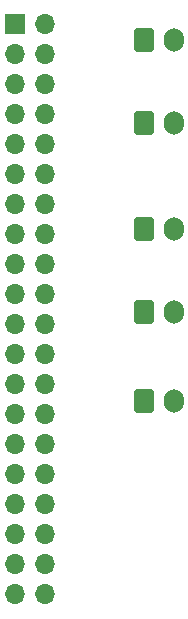
<source format=gbs>
G04 #@! TF.GenerationSoftware,KiCad,Pcbnew,8.0.1*
G04 #@! TF.CreationDate,2024-04-25T21:13:49-06:00*
G04 #@! TF.ProjectId,Small_PCB,536d616c-6c5f-4504-9342-2e6b69636164,rev?*
G04 #@! TF.SameCoordinates,Original*
G04 #@! TF.FileFunction,Soldermask,Bot*
G04 #@! TF.FilePolarity,Negative*
%FSLAX46Y46*%
G04 Gerber Fmt 4.6, Leading zero omitted, Abs format (unit mm)*
G04 Created by KiCad (PCBNEW 8.0.1) date 2024-04-25 21:13:49*
%MOMM*%
%LPD*%
G01*
G04 APERTURE LIST*
G04 Aperture macros list*
%AMRoundRect*
0 Rectangle with rounded corners*
0 $1 Rounding radius*
0 $2 $3 $4 $5 $6 $7 $8 $9 X,Y pos of 4 corners*
0 Add a 4 corners polygon primitive as box body*
4,1,4,$2,$3,$4,$5,$6,$7,$8,$9,$2,$3,0*
0 Add four circle primitives for the rounded corners*
1,1,$1+$1,$2,$3*
1,1,$1+$1,$4,$5*
1,1,$1+$1,$6,$7*
1,1,$1+$1,$8,$9*
0 Add four rect primitives between the rounded corners*
20,1,$1+$1,$2,$3,$4,$5,0*
20,1,$1+$1,$4,$5,$6,$7,0*
20,1,$1+$1,$6,$7,$8,$9,0*
20,1,$1+$1,$8,$9,$2,$3,0*%
G04 Aperture macros list end*
%ADD10RoundRect,0.250000X-0.600000X-0.750000X0.600000X-0.750000X0.600000X0.750000X-0.600000X0.750000X0*%
%ADD11O,1.700000X2.000000*%
%ADD12R,1.700000X1.700000*%
%ADD13O,1.700000X1.700000*%
G04 APERTURE END LIST*
D10*
X103500000Y-86335000D03*
D11*
X106000000Y-86335000D03*
D10*
X103500000Y-100835000D03*
D11*
X106000000Y-100835000D03*
D10*
X103500000Y-93335000D03*
D11*
X106000000Y-93335000D03*
D10*
X103500000Y-77335000D03*
D11*
X106000000Y-77335000D03*
D10*
X103500000Y-70335000D03*
D11*
X106000000Y-70335000D03*
D12*
X92500000Y-68960000D03*
D13*
X95040000Y-68960000D03*
X92500000Y-71500000D03*
X95040000Y-71500000D03*
X92500000Y-74040000D03*
X95040000Y-74040000D03*
X92500000Y-76580000D03*
X95040000Y-76580000D03*
X92500000Y-79120000D03*
X95040000Y-79120000D03*
X92500000Y-81660000D03*
X95040000Y-81660000D03*
X92500000Y-84200000D03*
X95040000Y-84200000D03*
X92500000Y-86740000D03*
X95040000Y-86740000D03*
X92500000Y-89280000D03*
X95040000Y-89280000D03*
X92500000Y-91820000D03*
X95040000Y-91820000D03*
X92500000Y-94360000D03*
X95040000Y-94360000D03*
X92500000Y-96900000D03*
X95040000Y-96900000D03*
X92500000Y-99440000D03*
X95040000Y-99440000D03*
X92500000Y-101980000D03*
X95040000Y-101980000D03*
X92500000Y-104520000D03*
X95040000Y-104520000D03*
X92500000Y-107060000D03*
X95040000Y-107060000D03*
X92500000Y-109600000D03*
X95040000Y-109600000D03*
X92500000Y-112140000D03*
X95040000Y-112140000D03*
X92500000Y-114680000D03*
X95040000Y-114680000D03*
X92500000Y-117220000D03*
X95040000Y-117220000D03*
M02*

</source>
